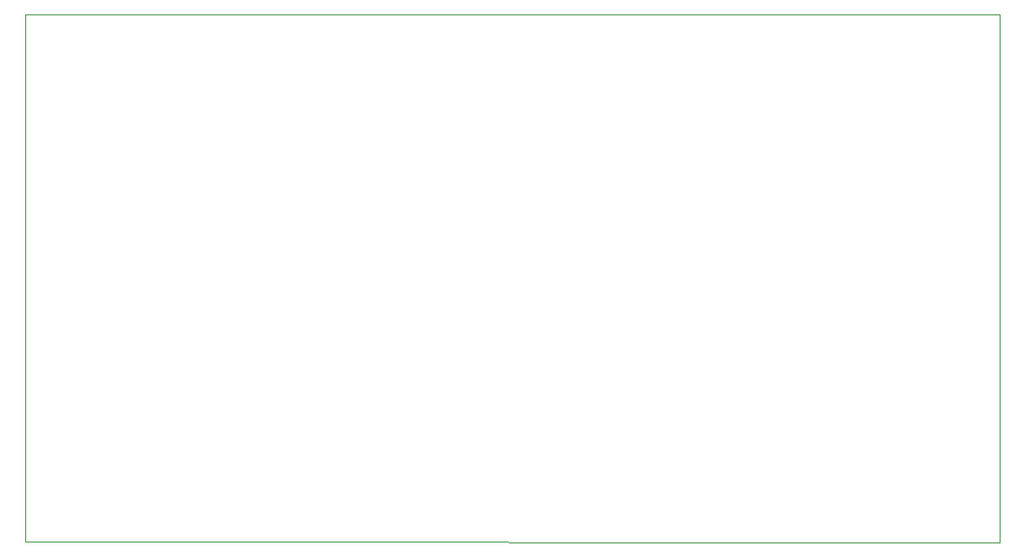
<source format=gbr>
%TF.GenerationSoftware,KiCad,Pcbnew,(6.0.8)*%
%TF.CreationDate,2022-12-01T23:18:13-05:00*%
%TF.ProjectId,HardwareDesign,48617264-7761-4726-9544-657369676e2e,1.0.*%
%TF.SameCoordinates,Original*%
%TF.FileFunction,Legend,Bot*%
%TF.FilePolarity,Positive*%
%FSLAX46Y46*%
G04 Gerber Fmt 4.6, Leading zero omitted, Abs format (unit mm)*
G04 Created by KiCad (PCBNEW (6.0.8)) date 2022-12-01 23:18:13*
%MOMM*%
%LPD*%
G01*
G04 APERTURE LIST*
%TA.AperFunction,Profile*%
%ADD10C,0.100000*%
%TD*%
G04 APERTURE END LIST*
D10*
X119380000Y-74828400D02*
X119405400Y-124434600D01*
X119405400Y-124434600D02*
X210845400Y-124460000D01*
X210820000Y-74853800D02*
X119380000Y-74828400D01*
X210845400Y-124460000D02*
X210820000Y-74853800D01*
M02*

</source>
